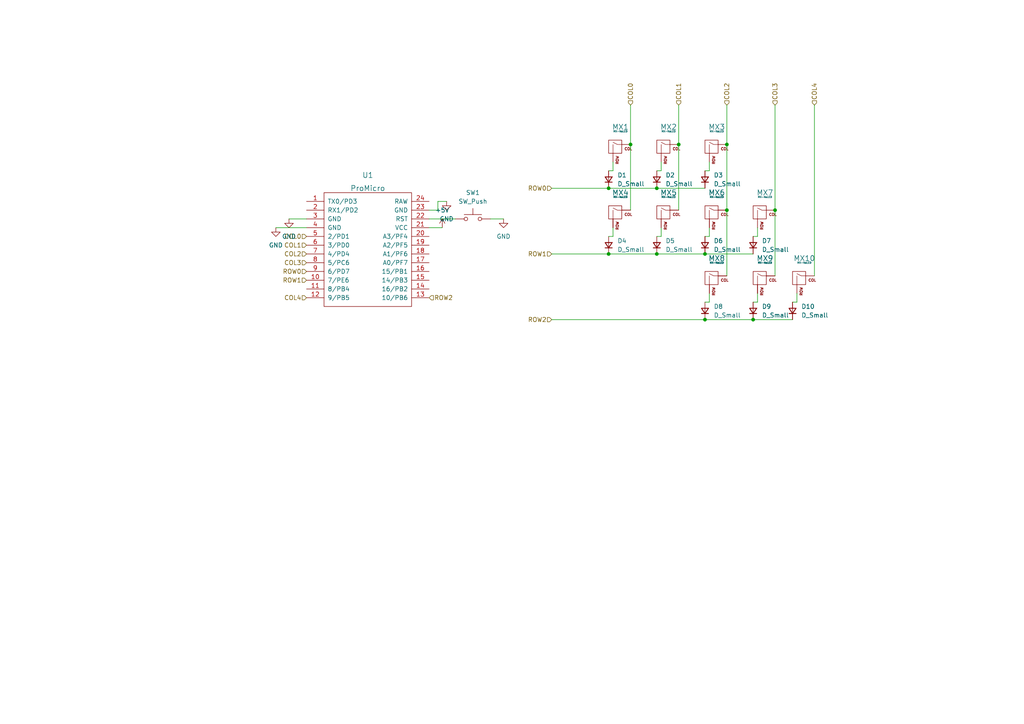
<source format=kicad_sch>
(kicad_sch (version 20211123) (generator eeschema)
  (paper "A4")
  (lib_symbols
    (symbol "Device:D_Small" (pin_numbers hide) (pin_names (offset 0.254) hide)
      (property "Reference" "D" (at -1.27 2.032 0))
      (property "Value" "D_Small" (at -3.81 -2.032 0))
      (symbol "D_Small_0_1"
        (polyline (pts (xy -0.762 -1.016) (xy -0.762 1.016)) (stroke (width 0.254)))
        (polyline (pts (xy -0.762 0) (xy 0.762 0)))
        (polyline (pts (xy 0.762 -1.016) (xy -0.762 0) (xy 0.762 1.016) (xy 0.762 -1.016)) (stroke (width 0.254)))
      )
      (symbol "D_Small_1_1"
        (pin passive line (at -2.54 0 0) (length 1.778) (name "K") (number "1"))
        (pin passive line (at 2.54 0 180) (length 1.778) (name "A") (number "2"))
      )
    )
    (symbol "MX_Alps_Hybrid:MX-NoLED" (pin_names (offset 1.016))
      (property "Reference" "MX" (at -0.635 3.81 0))
      (property "Value" "MX-NoLED" (at -0.635 1.27 0))
      (symbol "MX-NoLED_0_0"
        (rectangle (start -2.54 2.54) (end 1.27 -1.27))
        (polyline (pts (xy -1.27 -1.27) (xy -1.27 1.27)) (stroke (width 0.127)))
        (polyline (pts (xy 1.27 1.27) (xy 0 1.27) (xy -1.27 1.905)) (stroke (width 0.127)))
        (text "COL" (at 3.175 0 0) (effects (font (size 0.762 0.762))))
        (text "ROW" (at 0 -1.905 900) (effects (font (size 0.762 0.762)) (justify right)))
      )
      (symbol "MX-NoLED_1_1"
        (pin passive line (at 3.81 1.27 180) (length 2.54) (name "COL") (number "1"))
        (pin passive line (at -1.27 -3.81 90) (length 2.54) (name "ROW") (number "2"))
      )
    )
    (symbol "Switch:SW_Push" (pin_numbers hide) (pin_names (offset 1.016) hide)
      (property "Reference" "SW" (at 1.27 2.54 0))
      (property "Value" "SW_Push" (at 0 -1.524 0))
      (symbol "SW_Push_0_1"
        (circle (center -2.032 0) (radius 0.508))
        (polyline (pts (xy 0 1.27) (xy 0 3.048)))
        (polyline (pts (xy 2.54 1.27) (xy -2.54 1.27)))
        (circle (center 2.032 0) (radius 0.508))
        (pin passive line (at -5.08 0 0) (length 2.54) (name "1") (number "1"))
        (pin passive line (at 5.08 0 180) (length 2.54) (name "2") (number "2"))
      )
    )
    (symbol "keebio:ProMicro" (pin_names (offset 1.016))
      (property "Reference" "U" (at 0 0 0))
      (property "Value" "ProMicro" (at 0 -19.05 0))
      (symbol "ProMicro_0_1"
        (rectangle (start -12.7 -16.51) (end 12.7 16.51))
      )
      (symbol "ProMicro_1_1"
        (pin input line (at -17.78 13.97 0) (length 5.08) (name "TX0/PD3") (number "1"))
        (pin input line (at -17.78 -8.89 0) (length 5.08) (name "7/PE6") (number "10"))
        (pin input line (at -17.78 -11.43 0) (length 5.08) (name "8/PB4") (number "11"))
        (pin input line (at -17.78 -13.97 0) (length 5.08) (name "9/PB5") (number "12"))
        (pin input line (at 17.78 -13.97 180) (length 5.08) (name "10/PB6") (number "13"))
        (pin input line (at 17.78 -11.43 180) (length 5.08) (name "16/PB2") (number "14"))
        (pin input line (at 17.78 -8.89 180) (length 5.08) (name "14/PB3") (number "15"))
        (pin input line (at 17.78 -6.35 180) (length 5.08) (name "15/PB1") (number "16"))
        (pin input line (at 17.78 -3.81 180) (length 5.08) (name "A0/PF7") (number "17"))
        (pin input line (at 17.78 -1.27 180) (length 5.08) (name "A1/PF6") (number "18"))
        (pin input line (at 17.78 1.27 180) (length 5.08) (name "A2/PF5") (number "19"))
        (pin input line (at -17.78 11.43 0) (length 5.08) (name "RX1/PD2") (number "2"))
        (pin input line (at 17.78 3.81 180) (length 5.08) (name "A3/PF4") (number "20"))
        (pin input line (at 17.78 6.35 180) (length 5.08) (name "VCC") (number "21"))
        (pin input line (at 17.78 8.89 180) (length 5.08) (name "RST") (number "22"))
        (pin input line (at 17.78 11.43 180) (length 5.08) (name "GND") (number "23"))
        (pin input line (at 17.78 13.97 180) (length 5.08) (name "RAW") (number "24"))
        (pin input line (at -17.78 8.89 0) (length 5.08) (name "GND") (number "3"))
        (pin input line (at -17.78 6.35 0) (length 5.08) (name "GND") (number "4"))
        (pin input line (at -17.78 3.81 0) (length 5.08) (name "2/PD1") (number "5"))
        (pin input line (at -17.78 1.27 0) (length 5.08) (name "3/PD0") (number "6"))
        (pin input line (at -17.78 -1.27 0) (length 5.08) (name "4/PD4") (number "7"))
        (pin input line (at -17.78 -3.81 0) (length 5.08) (name "5/PC6") (number "8"))
        (pin input line (at -17.78 -6.35 0) (length 5.08) (name "6/PD7") (number "9"))
      )
    )
    (symbol "power:+5V" (power) (pin_names (offset 0))
      (property "Value" "+5V" (at 0 3.556 0))
      (symbol "+5V_0_1"
        (polyline (pts (xy -0.762 1.27) (xy 0 2.54)))
        (polyline (pts (xy 0 0) (xy 0 2.54)))
        (polyline (pts (xy 0 2.54) (xy 0.762 1.27)))
      )
      (symbol "+5V_1_1"
        (pin power_in line (at 0 0 90) (length 0) hide (name "+5V") (number "1"))
      )
    )
    (symbol "power:GND" (power) (pin_names (offset 0))
      (property "Value" "GND" (at 0 -3.81 0))
      (symbol "GND_0_1"
        (polyline (pts (xy 0 0) (xy 0 -1.27) (xy 1.27 -1.27) (xy 0 -2.54) (xy -1.27 -1.27) (xy 0 -1.27)))
      )
      (symbol "GND_1_1"
        (pin power_in line (at 0 0 270) (length 0) hide (name "GND") (number "1"))
      )
    )
  )
  (junction (at 210.82 60.96))
  (junction (at 196.85 41.91))
  (junction (at 176.53 73.66))
  (junction (at 176.53 54.61))
  (junction (at 218.44 92.71))
  (junction (at 204.47 92.71))
  (junction (at 190.5 73.66))
  (junction (at 224.79 60.96))
  (junction (at 190.5 54.61))
  (junction (at 210.82 41.91))
  (junction (at 182.88 41.91))
  (junction (at 204.47 73.66))
  (wire (pts (xy 229.87 87.63) (xy 231.14 87.63)))
  (wire (pts (xy 196.85 30.48) (xy 196.85 41.91)))
  (wire (pts (xy 160.02 73.66) (xy 176.53 73.66)))
  (wire (pts (xy 224.79 60.96) (xy 224.79 80.01)))
  (wire (pts (xy 142.24 63.5) (xy 146.05 63.5)))
  (wire (pts (xy 205.74 85.09) (xy 205.74 87.63)))
  (wire (pts (xy 190.5 68.58) (xy 191.77 68.58)))
  (wire (pts (xy 219.71 66.04) (xy 219.71 68.58)))
  (wire (pts (xy 204.47 49.53) (xy 205.74 49.53)))
  (wire (pts (xy 210.82 30.48) (xy 210.82 41.91)))
  (wire (pts (xy 190.5 49.53) (xy 191.77 49.53)))
  (wire (pts (xy 127 60.96) (xy 127 58.42)))
  (wire (pts (xy 190.5 73.66) (xy 204.47 73.66)))
  (wire (pts (xy 205.74 66.04) (xy 205.74 68.58)))
  (wire (pts (xy 218.44 92.71) (xy 229.87 92.71)))
  (wire (pts (xy 83.82 63.5) (xy 88.9 63.5)))
  (wire (pts (xy 231.14 85.09) (xy 231.14 87.63)))
  (wire (pts (xy 204.47 73.66) (xy 218.44 73.66)))
  (wire (pts (xy 190.5 54.61) (xy 204.47 54.61)))
  (wire (pts (xy 196.85 41.91) (xy 196.85 60.96)))
  (wire (pts (xy 182.88 30.48) (xy 182.88 41.91)))
  (wire (pts (xy 160.02 92.71) (xy 204.47 92.71)))
  (wire (pts (xy 236.22 30.48) (xy 236.22 80.01)))
  (wire (pts (xy 176.53 49.53) (xy 177.8 49.53)))
  (wire (pts (xy 177.8 66.04) (xy 177.8 68.58)))
  (wire (pts (xy 176.53 68.58) (xy 177.8 68.58)))
  (wire (pts (xy 127 58.42) (xy 129.54 58.42)))
  (wire (pts (xy 204.47 92.71) (xy 218.44 92.71)))
  (wire (pts (xy 210.82 60.96) (xy 210.82 80.01)))
  (wire (pts (xy 218.44 87.63) (xy 219.71 87.63)))
  (wire (pts (xy 80.01 66.04) (xy 88.9 66.04)))
  (wire (pts (xy 210.82 41.91) (xy 210.82 60.96)))
  (wire (pts (xy 204.47 87.63) (xy 205.74 87.63)))
  (wire (pts (xy 191.77 46.99) (xy 191.77 49.53)))
  (wire (pts (xy 124.46 63.5) (xy 132.08 63.5)))
  (wire (pts (xy 204.47 68.58) (xy 205.74 68.58)))
  (wire (pts (xy 218.44 68.58) (xy 219.71 68.58)))
  (wire (pts (xy 205.74 46.99) (xy 205.74 49.53)))
  (wire (pts (xy 182.88 41.91) (xy 182.88 60.96)))
  (wire (pts (xy 224.79 30.48) (xy 224.79 60.96)))
  (wire (pts (xy 219.71 85.09) (xy 219.71 87.63)))
  (wire (pts (xy 160.02 54.61) (xy 176.53 54.61)))
  (wire (pts (xy 124.46 60.96) (xy 127 60.96)))
  (wire (pts (xy 177.8 46.99) (xy 177.8 49.53)))
  (wire (pts (xy 124.46 66.04) (xy 128.27 66.04)))
  (wire (pts (xy 176.53 73.66) (xy 190.5 73.66)))
  (wire (pts (xy 176.53 54.61) (xy 190.5 54.61)))
  (wire (pts (xy 191.77 66.04) (xy 191.77 68.58)))
  (hierarchical_label "COL4" (shape input) (at 236.22 30.48 90))
  (hierarchical_label "COL4" (shape input) (at 88.9 86.36 180))
  (hierarchical_label "COL1" (shape input) (at 88.9 71.12 180))
  (hierarchical_label "COL0" (shape input) (at 88.9 68.58 180))
  (hierarchical_label "ROW0" (shape input) (at 88.9 78.74 180))
  (hierarchical_label "COL2" (shape input) (at 88.9 73.66 180))
  (hierarchical_label "ROW0" (shape input) (at 160.02 54.61 180))
  (hierarchical_label "ROW2" (shape input) (at 124.46 86.36 0))
  (hierarchical_label "COL1" (shape input) (at 196.85 30.48 90))
  (hierarchical_label "ROW1" (shape input) (at 160.02 73.66 180))
  (hierarchical_label "ROW2" (shape input) (at 160.02 92.71 180))
  (hierarchical_label "COL2" (shape input) (at 210.82 30.48 90))
  (hierarchical_label "COL3" (shape input) (at 88.9 76.2 180))
  (hierarchical_label "ROW1" (shape input) (at 88.9 81.28 180))
  (hierarchical_label "COL3" (shape input) (at 224.79 30.48 90))
  (hierarchical_label "COL0" (shape input) (at 182.88 30.48 90))
  (symbol (lib_id "power:GND") (at 80.01 66.04 0) (unit 1)
    (property "Reference" "#PWR0104" (effects hide))
    (property "Value" "GND" (at 80.01 71.12 0))
  )
  (symbol (lib_id "MX_Alps_Hybrid:MX-NoLED") (at 193.04 43.18 0) (unit 1)
    (property "Reference" "MX2" (at 193.9256 36.83 0) (effects (font (size 1.524 1.524))))
    (property "Value" "MX-NoLED" (at 193.9256 38.1 0) (effects (font (size 0.508 0.508))))
    (property "Footprint" "MX_Only:MXOnly-1U-NoLED" (effects hide))
  )
  (symbol (lib_id "Device:D_Small") (at 204.47 90.17 90) (unit 1)
    (property "Reference" "D8" (at 207.01 88.8999 90) (effects (justify right)))
    (property "Value" "D_Small" (at 207.01 91.4399 90) (effects (justify right)))
    (property "Footprint" "Diode_SMD:D_SOD-123" (effects hide))
  )
  (symbol (lib_id "MX_Alps_Hybrid:MX-NoLED") (at 207.01 62.23 0) (unit 1)
    (property "Reference" "MX6" (at 207.8956 55.88 0) (effects (font (size 1.524 1.524))))
    (property "Value" "MX-NoLED" (at 207.8956 57.15 0) (effects (font (size 0.508 0.508))))
    (property "Footprint" "MX_Only:MXOnly-1U-NoLED" (effects hide))
  )
  (symbol (lib_id "Device:D_Small") (at 176.53 52.07 90) (unit 1)
    (property "Reference" "D1" (at 179.07 50.7999 90) (effects (justify right)))
    (property "Value" "D_Small" (at 179.07 53.3399 90) (effects (justify right)))
    (property "Footprint" "Diode_SMD:D_SOD-123" (effects hide))
  )
  (symbol (lib_id "keebio:ProMicro") (at 106.68 72.39 0) (unit 1)
    (property "Reference" "U1" (at 106.68 50.8 0) (effects (font (size 1.524 1.524))))
    (property "Value" "ProMicro" (at 106.68 54.61 0) (effects (font (size 1.524 1.524))))
    (property "Footprint" "Keebio-Parts:ArduinoProMicro" (effects hide))
  )
  (symbol (lib_id "MX_Alps_Hybrid:MX-NoLED") (at 179.07 43.18 0) (unit 1)
    (property "Reference" "MX1" (at 179.9556 36.83 0) (effects (font (size 1.524 1.524))))
    (property "Value" "MX-NoLED" (at 179.9556 38.1 0) (effects (font (size 0.508 0.508))))
    (property "Footprint" "MX_Only:MXOnly-1U-NoLED" (effects hide))
  )
  (symbol (lib_id "MX_Alps_Hybrid:MX-NoLED") (at 207.01 43.18 0) (unit 1)
    (property "Reference" "MX3" (at 207.8956 36.83 0) (effects (font (size 1.524 1.524))))
    (property "Value" "MX-NoLED" (at 207.8956 38.1 0) (effects (font (size 0.508 0.508))))
    (property "Footprint" "MX_Only:MXOnly-1U-NoLED" (effects hide))
  )
  (symbol (lib_id "Device:D_Small") (at 204.47 52.07 90) (unit 1)
    (property "Reference" "D3" (at 207.01 50.7999 90) (effects (justify right)))
    (property "Value" "D_Small" (at 207.01 53.3399 90) (effects (justify right)))
    (property "Footprint" "Diode_SMD:D_SOD-123" (effects hide))
  )
  (symbol (lib_id "MX_Alps_Hybrid:MX-NoLED") (at 193.04 62.23 0) (unit 1)
    (property "Reference" "MX5" (at 193.9256 55.88 0) (effects (font (size 1.524 1.524))))
    (property "Value" "MX-NoLED" (at 193.9256 57.15 0) (effects (font (size 0.508 0.508))))
    (property "Footprint" "MX_Only:MXOnly-1U-NoLED" (effects hide))
  )
  (symbol (lib_id "power:+5V") (at 128.27 66.04 0) (unit 1)
    (property "Reference" "#PWR0101" (effects hide))
    (property "Value" "+5V" (at 128.27 60.96 0))
  )
  (symbol (lib_id "Device:D_Small") (at 204.47 71.12 90) (unit 1)
    (property "Reference" "D6" (at 207.01 69.8499 90) (effects (justify right)))
    (property "Value" "D_Small" (at 207.01 72.3899 90) (effects (justify right)))
    (property "Footprint" "Diode_SMD:D_SOD-123" (effects hide))
  )
  (symbol (lib_id "MX_Alps_Hybrid:MX-NoLED") (at 179.07 62.23 0) (unit 1)
    (property "Reference" "MX4" (at 179.9556 55.88 0) (effects (font (size 1.524 1.524))))
    (property "Value" "MX-NoLED" (at 179.9556 57.15 0) (effects (font (size 0.508 0.508))))
    (property "Footprint" "MX_Only:MXOnly-1U-NoLED" (effects hide))
  )
  (symbol (lib_id "Switch:SW_Push") (at 137.16 63.5 0) (unit 1)
    (property "Reference" "SW1" (at 137.16 55.88 0))
    (property "Value" "SW_Push" (at 137.16 58.42 0))
    (property "Footprint" "Keebio-Parts:SW_Tactile_SPST_Angled_MJTP1117-no-mount" (effects hide))
  )
  (symbol (lib_id "Device:D_Small") (at 190.5 52.07 90) (unit 1)
    (property "Reference" "D2" (at 193.04 50.7999 90) (effects (justify right)))
    (property "Value" "D_Small" (at 193.04 53.3399 90) (effects (justify right)))
    (property "Footprint" "Diode_SMD:D_SOD-123" (effects hide))
  )
  (symbol (lib_id "MX_Alps_Hybrid:MX-NoLED") (at 220.98 62.23 0) (unit 1)
    (property "Reference" "MX7" (at 221.8656 55.88 0) (effects (font (size 1.524 1.524))))
    (property "Value" "MX-NoLED" (at 221.8656 57.15 0) (effects (font (size 0.508 0.508))))
    (property "Footprint" "MX_Only:MXOnly-1U-NoLED" (effects hide))
  )
  (symbol (lib_id "MX_Alps_Hybrid:MX-NoLED") (at 207.01 81.28 0) (unit 1)
    (property "Reference" "MX8" (at 207.8956 74.93 0) (effects (font (size 1.524 1.524))))
    (property "Value" "MX-NoLED" (at 207.8956 76.2 0) (effects (font (size 0.508 0.508))))
  )
  (symbol (lib_id "power:GND") (at 146.05 63.5 0) (unit 1)
    (property "Reference" "#PWR0102" (effects hide))
    (property "Value" "GND" (at 146.05 68.58 0))
  )
  (symbol (lib_id "Device:D_Small") (at 190.5 71.12 90) (unit 1)
    (property "Reference" "D5" (at 193.04 69.8499 90) (effects (justify right)))
    (property "Value" "D_Small" (at 193.04 72.3899 90) (effects (justify right)))
    (property "Footprint" "Diode_SMD:D_SOD-123" (effects hide))
  )
  (symbol (lib_id "Device:D_Small") (at 218.44 71.12 90) (unit 1)
    (property "Reference" "D7" (at 220.98 69.8499 90) (effects (justify right)))
    (property "Value" "D_Small" (at 220.98 72.3899 90) (effects (justify right)))
    (property "Footprint" "Diode_SMD:D_SOD-123" (effects hide))
  )
  (symbol (lib_id "Device:D_Small") (at 176.53 71.12 90) (unit 1)
    (property "Reference" "D4" (at 179.07 69.8499 90) (effects (justify right)))
    (property "Value" "D_Small" (at 179.07 72.3899 90) (effects (justify right)))
    (property "Footprint" "Diode_SMD:D_SOD-123" (effects hide))
  )
  (symbol (lib_id "MX_Alps_Hybrid:MX-NoLED") (at 232.41 81.28 0) (unit 1)
    (property "Reference" "MX10" (at 233.2956 74.93 0) (effects (font (size 1.524 1.524))))
    (property "Value" "MX-NoLED" (at 233.2956 76.2 0) (effects (font (size 0.508 0.508))))
    (property "Footprint" "MX_Only:MXOnly-1U-NoLED" (effects hide))
  )
  (symbol (lib_id "power:GND") (at 83.82 63.5 0) (unit 1)
    (property "Reference" "#PWR0105" (effects hide))
    (property "Value" "GND" (at 83.82 68.58 0))
  )
  (symbol (lib_id "Device:D_Small") (at 229.87 90.17 90) (unit 1)
    (property "Reference" "D10" (at 232.41 88.8999 90) (effects (justify right)))
    (property "Value" "D_Small" (at 232.41 91.4399 90) (effects (justify right)))
    (property "Footprint" "Diode_SMD:D_SOD-123" (effects hide))
  )
  (symbol (lib_id "Device:D_Small") (at 218.44 90.17 90) (unit 1)
    (property "Reference" "D9" (at 220.98 88.8999 90) (effects (justify right)))
    (property "Value" "D_Small" (at 220.98 91.4399 90) (effects (justify right)))
    (property "Footprint" "Diode_SMD:D_SOD-123" (effects hide))
  )
  (symbol (lib_id "power:GND") (at 129.54 58.42 0) (unit 1)
    (property "Reference" "#PWR0103" (effects hide))
    (property "Value" "GND" (at 129.54 63.5 0))
  )
  (symbol (lib_id "MX_Alps_Hybrid:MX-NoLED") (at 220.98 81.28 0) (unit 1)
    (property "Reference" "MX9" (at 221.8656 74.93 0) (effects (font (size 1.524 1.524))))
    (property "Value" "MX-NoLED" (at 221.8656 76.2 0) (effects (font (size 0.508 0.508))))
    (property "Footprint" "MX_Only:MXOnly-1U-NoLED" (effects hide))
  )
)
</source>
